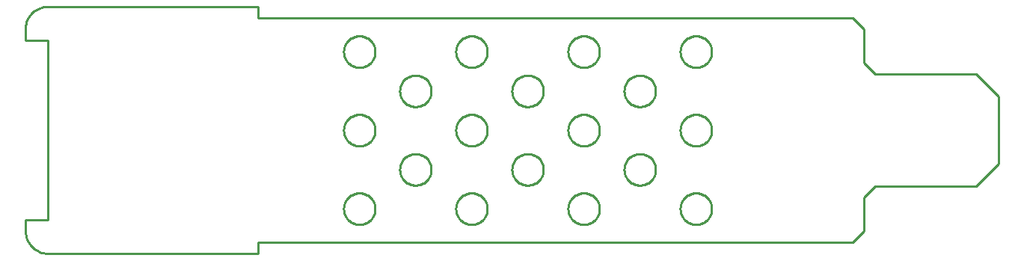
<source format=gbr>
G04 EAGLE Gerber RS-274X export*
G75*
%MOMM*%
%FSLAX34Y34*%
%LPD*%
%IN*%
%IPPOS*%
%AMOC8*
5,1,8,0,0,1.08239X$1,22.5*%
G01*
%ADD10C,0.254000*%


D10*
X-111125Y12700D02*
X-110956Y10420D01*
X-110589Y8164D01*
X-110027Y5948D01*
X-109274Y3789D01*
X-108335Y1704D01*
X-107219Y-291D01*
X-105933Y-2181D01*
X-104487Y-3951D01*
X-102892Y-5589D01*
X-101160Y-7082D01*
X-99305Y-8418D01*
X-97341Y-9588D01*
X-95282Y-10581D01*
X-93144Y-11392D01*
X-90944Y-12013D01*
X-88698Y-12440D01*
X-86423Y-12670D01*
X-84138Y-12700D01*
X152400Y-12700D01*
X152400Y0D01*
X825500Y0D01*
X838200Y12700D01*
X838200Y50800D01*
X850900Y63500D01*
X965200Y63500D01*
X990600Y88900D01*
X990600Y165100D01*
X965200Y190500D01*
X850900Y190500D01*
X838200Y203200D01*
X838200Y241300D01*
X825500Y254000D01*
X152400Y254000D01*
X152400Y266700D01*
X-88900Y266700D01*
X-90969Y266471D01*
X-93011Y266063D01*
X-95009Y265478D01*
X-96949Y264721D01*
X-98815Y263798D01*
X-100594Y262716D01*
X-102271Y261483D01*
X-103835Y260109D01*
X-105273Y258603D01*
X-106574Y256978D01*
X-107729Y255245D01*
X-108728Y253419D01*
X-109565Y251512D01*
X-110232Y249540D01*
X-110724Y247517D01*
X-111039Y245459D01*
X-111173Y243381D01*
X-111125Y241300D01*
X-111125Y228600D01*
X-85725Y228600D01*
X-85725Y25400D01*
X-111125Y25400D01*
X-111125Y12700D01*
X665480Y126418D02*
X665404Y125256D01*
X665252Y124102D01*
X665025Y122960D01*
X664724Y121836D01*
X664349Y120734D01*
X663904Y119658D01*
X663389Y118614D01*
X662807Y117606D01*
X662160Y116638D01*
X661452Y115714D01*
X660684Y114839D01*
X659861Y114016D01*
X658986Y113249D01*
X658062Y112540D01*
X657094Y111893D01*
X656086Y111311D01*
X655042Y110796D01*
X653966Y110351D01*
X652864Y109977D01*
X651740Y109675D01*
X650598Y109448D01*
X649444Y109296D01*
X648282Y109220D01*
X647118Y109220D01*
X645956Y109296D01*
X644802Y109448D01*
X643660Y109675D01*
X642536Y109977D01*
X641434Y110351D01*
X640358Y110796D01*
X639314Y111311D01*
X638306Y111893D01*
X637338Y112540D01*
X636414Y113249D01*
X635539Y114016D01*
X634716Y114839D01*
X633949Y115714D01*
X633240Y116638D01*
X632593Y117606D01*
X632011Y118614D01*
X631496Y119658D01*
X631051Y120734D01*
X630677Y121836D01*
X630375Y122960D01*
X630148Y124102D01*
X629996Y125256D01*
X629920Y126418D01*
X629920Y127582D01*
X629996Y128744D01*
X630148Y129898D01*
X630375Y131040D01*
X630677Y132164D01*
X631051Y133266D01*
X631496Y134342D01*
X632011Y135386D01*
X632593Y136394D01*
X633240Y137362D01*
X633949Y138286D01*
X634716Y139161D01*
X635539Y139984D01*
X636414Y140752D01*
X637338Y141460D01*
X638306Y142107D01*
X639314Y142689D01*
X640358Y143204D01*
X641434Y143649D01*
X642536Y144024D01*
X643660Y144325D01*
X644802Y144552D01*
X645956Y144704D01*
X647118Y144780D01*
X648282Y144780D01*
X649444Y144704D01*
X650598Y144552D01*
X651740Y144325D01*
X652864Y144024D01*
X653966Y143649D01*
X655042Y143204D01*
X656086Y142689D01*
X657094Y142107D01*
X658062Y141460D01*
X658986Y140752D01*
X659861Y139984D01*
X660684Y139161D01*
X661452Y138286D01*
X662160Y137362D01*
X662807Y136394D01*
X663389Y135386D01*
X663904Y134342D01*
X664349Y133266D01*
X664724Y132164D01*
X665025Y131040D01*
X665252Y129898D01*
X665404Y128744D01*
X665480Y127582D01*
X665480Y126418D01*
X284480Y126418D02*
X284404Y125256D01*
X284252Y124102D01*
X284025Y122960D01*
X283724Y121836D01*
X283349Y120734D01*
X282904Y119658D01*
X282389Y118614D01*
X281807Y117606D01*
X281160Y116638D01*
X280452Y115714D01*
X279684Y114839D01*
X278861Y114016D01*
X277986Y113249D01*
X277062Y112540D01*
X276094Y111893D01*
X275086Y111311D01*
X274042Y110796D01*
X272966Y110351D01*
X271864Y109977D01*
X270740Y109675D01*
X269598Y109448D01*
X268444Y109296D01*
X267282Y109220D01*
X266118Y109220D01*
X264956Y109296D01*
X263802Y109448D01*
X262660Y109675D01*
X261536Y109977D01*
X260434Y110351D01*
X259358Y110796D01*
X258314Y111311D01*
X257306Y111893D01*
X256338Y112540D01*
X255414Y113249D01*
X254539Y114016D01*
X253716Y114839D01*
X252949Y115714D01*
X252240Y116638D01*
X251593Y117606D01*
X251011Y118614D01*
X250496Y119658D01*
X250051Y120734D01*
X249677Y121836D01*
X249375Y122960D01*
X249148Y124102D01*
X248996Y125256D01*
X248920Y126418D01*
X248920Y127582D01*
X248996Y128744D01*
X249148Y129898D01*
X249375Y131040D01*
X249677Y132164D01*
X250051Y133266D01*
X250496Y134342D01*
X251011Y135386D01*
X251593Y136394D01*
X252240Y137362D01*
X252949Y138286D01*
X253716Y139161D01*
X254539Y139984D01*
X255414Y140752D01*
X256338Y141460D01*
X257306Y142107D01*
X258314Y142689D01*
X259358Y143204D01*
X260434Y143649D01*
X261536Y144024D01*
X262660Y144325D01*
X263802Y144552D01*
X264956Y144704D01*
X266118Y144780D01*
X267282Y144780D01*
X268444Y144704D01*
X269598Y144552D01*
X270740Y144325D01*
X271864Y144024D01*
X272966Y143649D01*
X274042Y143204D01*
X275086Y142689D01*
X276094Y142107D01*
X277062Y141460D01*
X277986Y140752D01*
X278861Y139984D01*
X279684Y139161D01*
X280452Y138286D01*
X281160Y137362D01*
X281807Y136394D01*
X282389Y135386D01*
X282904Y134342D01*
X283349Y133266D01*
X283724Y132164D01*
X284025Y131040D01*
X284252Y129898D01*
X284404Y128744D01*
X284480Y127582D01*
X284480Y126418D01*
X411480Y126418D02*
X411404Y125256D01*
X411252Y124102D01*
X411025Y122960D01*
X410724Y121836D01*
X410349Y120734D01*
X409904Y119658D01*
X409389Y118614D01*
X408807Y117606D01*
X408160Y116638D01*
X407452Y115714D01*
X406684Y114839D01*
X405861Y114016D01*
X404986Y113249D01*
X404062Y112540D01*
X403094Y111893D01*
X402086Y111311D01*
X401042Y110796D01*
X399966Y110351D01*
X398864Y109977D01*
X397740Y109675D01*
X396598Y109448D01*
X395444Y109296D01*
X394282Y109220D01*
X393118Y109220D01*
X391956Y109296D01*
X390802Y109448D01*
X389660Y109675D01*
X388536Y109977D01*
X387434Y110351D01*
X386358Y110796D01*
X385314Y111311D01*
X384306Y111893D01*
X383338Y112540D01*
X382414Y113249D01*
X381539Y114016D01*
X380716Y114839D01*
X379949Y115714D01*
X379240Y116638D01*
X378593Y117606D01*
X378011Y118614D01*
X377496Y119658D01*
X377051Y120734D01*
X376677Y121836D01*
X376375Y122960D01*
X376148Y124102D01*
X375996Y125256D01*
X375920Y126418D01*
X375920Y127582D01*
X375996Y128744D01*
X376148Y129898D01*
X376375Y131040D01*
X376677Y132164D01*
X377051Y133266D01*
X377496Y134342D01*
X378011Y135386D01*
X378593Y136394D01*
X379240Y137362D01*
X379949Y138286D01*
X380716Y139161D01*
X381539Y139984D01*
X382414Y140752D01*
X383338Y141460D01*
X384306Y142107D01*
X385314Y142689D01*
X386358Y143204D01*
X387434Y143649D01*
X388536Y144024D01*
X389660Y144325D01*
X390802Y144552D01*
X391956Y144704D01*
X393118Y144780D01*
X394282Y144780D01*
X395444Y144704D01*
X396598Y144552D01*
X397740Y144325D01*
X398864Y144024D01*
X399966Y143649D01*
X401042Y143204D01*
X402086Y142689D01*
X403094Y142107D01*
X404062Y141460D01*
X404986Y140752D01*
X405861Y139984D01*
X406684Y139161D01*
X407452Y138286D01*
X408160Y137362D01*
X408807Y136394D01*
X409389Y135386D01*
X409904Y134342D01*
X410349Y133266D01*
X410724Y132164D01*
X411025Y131040D01*
X411252Y129898D01*
X411404Y128744D01*
X411480Y127582D01*
X411480Y126418D01*
X538480Y126418D02*
X538404Y125256D01*
X538252Y124102D01*
X538025Y122960D01*
X537724Y121836D01*
X537349Y120734D01*
X536904Y119658D01*
X536389Y118614D01*
X535807Y117606D01*
X535160Y116638D01*
X534452Y115714D01*
X533684Y114839D01*
X532861Y114016D01*
X531986Y113249D01*
X531062Y112540D01*
X530094Y111893D01*
X529086Y111311D01*
X528042Y110796D01*
X526966Y110351D01*
X525864Y109977D01*
X524740Y109675D01*
X523598Y109448D01*
X522444Y109296D01*
X521282Y109220D01*
X520118Y109220D01*
X518956Y109296D01*
X517802Y109448D01*
X516660Y109675D01*
X515536Y109977D01*
X514434Y110351D01*
X513358Y110796D01*
X512314Y111311D01*
X511306Y111893D01*
X510338Y112540D01*
X509414Y113249D01*
X508539Y114016D01*
X507716Y114839D01*
X506949Y115714D01*
X506240Y116638D01*
X505593Y117606D01*
X505011Y118614D01*
X504496Y119658D01*
X504051Y120734D01*
X503677Y121836D01*
X503375Y122960D01*
X503148Y124102D01*
X502996Y125256D01*
X502920Y126418D01*
X502920Y127582D01*
X502996Y128744D01*
X503148Y129898D01*
X503375Y131040D01*
X503677Y132164D01*
X504051Y133266D01*
X504496Y134342D01*
X505011Y135386D01*
X505593Y136394D01*
X506240Y137362D01*
X506949Y138286D01*
X507716Y139161D01*
X508539Y139984D01*
X509414Y140752D01*
X510338Y141460D01*
X511306Y142107D01*
X512314Y142689D01*
X513358Y143204D01*
X514434Y143649D01*
X515536Y144024D01*
X516660Y144325D01*
X517802Y144552D01*
X518956Y144704D01*
X520118Y144780D01*
X521282Y144780D01*
X522444Y144704D01*
X523598Y144552D01*
X524740Y144325D01*
X525864Y144024D01*
X526966Y143649D01*
X528042Y143204D01*
X529086Y142689D01*
X530094Y142107D01*
X531062Y141460D01*
X531986Y140752D01*
X532861Y139984D01*
X533684Y139161D01*
X534452Y138286D01*
X535160Y137362D01*
X535807Y136394D01*
X536389Y135386D01*
X536904Y134342D01*
X537349Y133266D01*
X537724Y132164D01*
X538025Y131040D01*
X538252Y129898D01*
X538404Y128744D01*
X538480Y127582D01*
X538480Y126418D01*
X665480Y37518D02*
X665404Y36356D01*
X665252Y35202D01*
X665025Y34060D01*
X664724Y32936D01*
X664349Y31834D01*
X663904Y30758D01*
X663389Y29714D01*
X662807Y28706D01*
X662160Y27738D01*
X661452Y26814D01*
X660684Y25939D01*
X659861Y25116D01*
X658986Y24349D01*
X658062Y23640D01*
X657094Y22993D01*
X656086Y22411D01*
X655042Y21896D01*
X653966Y21451D01*
X652864Y21077D01*
X651740Y20775D01*
X650598Y20548D01*
X649444Y20396D01*
X648282Y20320D01*
X647118Y20320D01*
X645956Y20396D01*
X644802Y20548D01*
X643660Y20775D01*
X642536Y21077D01*
X641434Y21451D01*
X640358Y21896D01*
X639314Y22411D01*
X638306Y22993D01*
X637338Y23640D01*
X636414Y24349D01*
X635539Y25116D01*
X634716Y25939D01*
X633949Y26814D01*
X633240Y27738D01*
X632593Y28706D01*
X632011Y29714D01*
X631496Y30758D01*
X631051Y31834D01*
X630677Y32936D01*
X630375Y34060D01*
X630148Y35202D01*
X629996Y36356D01*
X629920Y37518D01*
X629920Y38682D01*
X629996Y39844D01*
X630148Y40998D01*
X630375Y42140D01*
X630677Y43264D01*
X631051Y44366D01*
X631496Y45442D01*
X632011Y46486D01*
X632593Y47494D01*
X633240Y48462D01*
X633949Y49386D01*
X634716Y50261D01*
X635539Y51084D01*
X636414Y51852D01*
X637338Y52560D01*
X638306Y53207D01*
X639314Y53789D01*
X640358Y54304D01*
X641434Y54749D01*
X642536Y55124D01*
X643660Y55425D01*
X644802Y55652D01*
X645956Y55804D01*
X647118Y55880D01*
X648282Y55880D01*
X649444Y55804D01*
X650598Y55652D01*
X651740Y55425D01*
X652864Y55124D01*
X653966Y54749D01*
X655042Y54304D01*
X656086Y53789D01*
X657094Y53207D01*
X658062Y52560D01*
X658986Y51852D01*
X659861Y51084D01*
X660684Y50261D01*
X661452Y49386D01*
X662160Y48462D01*
X662807Y47494D01*
X663389Y46486D01*
X663904Y45442D01*
X664349Y44366D01*
X664724Y43264D01*
X665025Y42140D01*
X665252Y40998D01*
X665404Y39844D01*
X665480Y38682D01*
X665480Y37518D01*
X284480Y37518D02*
X284404Y36356D01*
X284252Y35202D01*
X284025Y34060D01*
X283724Y32936D01*
X283349Y31834D01*
X282904Y30758D01*
X282389Y29714D01*
X281807Y28706D01*
X281160Y27738D01*
X280452Y26814D01*
X279684Y25939D01*
X278861Y25116D01*
X277986Y24349D01*
X277062Y23640D01*
X276094Y22993D01*
X275086Y22411D01*
X274042Y21896D01*
X272966Y21451D01*
X271864Y21077D01*
X270740Y20775D01*
X269598Y20548D01*
X268444Y20396D01*
X267282Y20320D01*
X266118Y20320D01*
X264956Y20396D01*
X263802Y20548D01*
X262660Y20775D01*
X261536Y21077D01*
X260434Y21451D01*
X259358Y21896D01*
X258314Y22411D01*
X257306Y22993D01*
X256338Y23640D01*
X255414Y24349D01*
X254539Y25116D01*
X253716Y25939D01*
X252949Y26814D01*
X252240Y27738D01*
X251593Y28706D01*
X251011Y29714D01*
X250496Y30758D01*
X250051Y31834D01*
X249677Y32936D01*
X249375Y34060D01*
X249148Y35202D01*
X248996Y36356D01*
X248920Y37518D01*
X248920Y38682D01*
X248996Y39844D01*
X249148Y40998D01*
X249375Y42140D01*
X249677Y43264D01*
X250051Y44366D01*
X250496Y45442D01*
X251011Y46486D01*
X251593Y47494D01*
X252240Y48462D01*
X252949Y49386D01*
X253716Y50261D01*
X254539Y51084D01*
X255414Y51852D01*
X256338Y52560D01*
X257306Y53207D01*
X258314Y53789D01*
X259358Y54304D01*
X260434Y54749D01*
X261536Y55124D01*
X262660Y55425D01*
X263802Y55652D01*
X264956Y55804D01*
X266118Y55880D01*
X267282Y55880D01*
X268444Y55804D01*
X269598Y55652D01*
X270740Y55425D01*
X271864Y55124D01*
X272966Y54749D01*
X274042Y54304D01*
X275086Y53789D01*
X276094Y53207D01*
X277062Y52560D01*
X277986Y51852D01*
X278861Y51084D01*
X279684Y50261D01*
X280452Y49386D01*
X281160Y48462D01*
X281807Y47494D01*
X282389Y46486D01*
X282904Y45442D01*
X283349Y44366D01*
X283724Y43264D01*
X284025Y42140D01*
X284252Y40998D01*
X284404Y39844D01*
X284480Y38682D01*
X284480Y37518D01*
X411480Y37518D02*
X411404Y36356D01*
X411252Y35202D01*
X411025Y34060D01*
X410724Y32936D01*
X410349Y31834D01*
X409904Y30758D01*
X409389Y29714D01*
X408807Y28706D01*
X408160Y27738D01*
X407452Y26814D01*
X406684Y25939D01*
X405861Y25116D01*
X404986Y24349D01*
X404062Y23640D01*
X403094Y22993D01*
X402086Y22411D01*
X401042Y21896D01*
X399966Y21451D01*
X398864Y21077D01*
X397740Y20775D01*
X396598Y20548D01*
X395444Y20396D01*
X394282Y20320D01*
X393118Y20320D01*
X391956Y20396D01*
X390802Y20548D01*
X389660Y20775D01*
X388536Y21077D01*
X387434Y21451D01*
X386358Y21896D01*
X385314Y22411D01*
X384306Y22993D01*
X383338Y23640D01*
X382414Y24349D01*
X381539Y25116D01*
X380716Y25939D01*
X379949Y26814D01*
X379240Y27738D01*
X378593Y28706D01*
X378011Y29714D01*
X377496Y30758D01*
X377051Y31834D01*
X376677Y32936D01*
X376375Y34060D01*
X376148Y35202D01*
X375996Y36356D01*
X375920Y37518D01*
X375920Y38682D01*
X375996Y39844D01*
X376148Y40998D01*
X376375Y42140D01*
X376677Y43264D01*
X377051Y44366D01*
X377496Y45442D01*
X378011Y46486D01*
X378593Y47494D01*
X379240Y48462D01*
X379949Y49386D01*
X380716Y50261D01*
X381539Y51084D01*
X382414Y51852D01*
X383338Y52560D01*
X384306Y53207D01*
X385314Y53789D01*
X386358Y54304D01*
X387434Y54749D01*
X388536Y55124D01*
X389660Y55425D01*
X390802Y55652D01*
X391956Y55804D01*
X393118Y55880D01*
X394282Y55880D01*
X395444Y55804D01*
X396598Y55652D01*
X397740Y55425D01*
X398864Y55124D01*
X399966Y54749D01*
X401042Y54304D01*
X402086Y53789D01*
X403094Y53207D01*
X404062Y52560D01*
X404986Y51852D01*
X405861Y51084D01*
X406684Y50261D01*
X407452Y49386D01*
X408160Y48462D01*
X408807Y47494D01*
X409389Y46486D01*
X409904Y45442D01*
X410349Y44366D01*
X410724Y43264D01*
X411025Y42140D01*
X411252Y40998D01*
X411404Y39844D01*
X411480Y38682D01*
X411480Y37518D01*
X538480Y37518D02*
X538404Y36356D01*
X538252Y35202D01*
X538025Y34060D01*
X537724Y32936D01*
X537349Y31834D01*
X536904Y30758D01*
X536389Y29714D01*
X535807Y28706D01*
X535160Y27738D01*
X534452Y26814D01*
X533684Y25939D01*
X532861Y25116D01*
X531986Y24349D01*
X531062Y23640D01*
X530094Y22993D01*
X529086Y22411D01*
X528042Y21896D01*
X526966Y21451D01*
X525864Y21077D01*
X524740Y20775D01*
X523598Y20548D01*
X522444Y20396D01*
X521282Y20320D01*
X520118Y20320D01*
X518956Y20396D01*
X517802Y20548D01*
X516660Y20775D01*
X515536Y21077D01*
X514434Y21451D01*
X513358Y21896D01*
X512314Y22411D01*
X511306Y22993D01*
X510338Y23640D01*
X509414Y24349D01*
X508539Y25116D01*
X507716Y25939D01*
X506949Y26814D01*
X506240Y27738D01*
X505593Y28706D01*
X505011Y29714D01*
X504496Y30758D01*
X504051Y31834D01*
X503677Y32936D01*
X503375Y34060D01*
X503148Y35202D01*
X502996Y36356D01*
X502920Y37518D01*
X502920Y38682D01*
X502996Y39844D01*
X503148Y40998D01*
X503375Y42140D01*
X503677Y43264D01*
X504051Y44366D01*
X504496Y45442D01*
X505011Y46486D01*
X505593Y47494D01*
X506240Y48462D01*
X506949Y49386D01*
X507716Y50261D01*
X508539Y51084D01*
X509414Y51852D01*
X510338Y52560D01*
X511306Y53207D01*
X512314Y53789D01*
X513358Y54304D01*
X514434Y54749D01*
X515536Y55124D01*
X516660Y55425D01*
X517802Y55652D01*
X518956Y55804D01*
X520118Y55880D01*
X521282Y55880D01*
X522444Y55804D01*
X523598Y55652D01*
X524740Y55425D01*
X525864Y55124D01*
X526966Y54749D01*
X528042Y54304D01*
X529086Y53789D01*
X530094Y53207D01*
X531062Y52560D01*
X531986Y51852D01*
X532861Y51084D01*
X533684Y50261D01*
X534452Y49386D01*
X535160Y48462D01*
X535807Y47494D01*
X536389Y46486D01*
X536904Y45442D01*
X537349Y44366D01*
X537724Y43264D01*
X538025Y42140D01*
X538252Y40998D01*
X538404Y39844D01*
X538480Y38682D01*
X538480Y37518D01*
X284480Y215318D02*
X284404Y214156D01*
X284252Y213002D01*
X284025Y211860D01*
X283724Y210736D01*
X283349Y209634D01*
X282904Y208558D01*
X282389Y207514D01*
X281807Y206506D01*
X281160Y205538D01*
X280452Y204614D01*
X279684Y203739D01*
X278861Y202916D01*
X277986Y202149D01*
X277062Y201440D01*
X276094Y200793D01*
X275086Y200211D01*
X274042Y199696D01*
X272966Y199251D01*
X271864Y198877D01*
X270740Y198575D01*
X269598Y198348D01*
X268444Y198196D01*
X267282Y198120D01*
X266118Y198120D01*
X264956Y198196D01*
X263802Y198348D01*
X262660Y198575D01*
X261536Y198877D01*
X260434Y199251D01*
X259358Y199696D01*
X258314Y200211D01*
X257306Y200793D01*
X256338Y201440D01*
X255414Y202149D01*
X254539Y202916D01*
X253716Y203739D01*
X252949Y204614D01*
X252240Y205538D01*
X251593Y206506D01*
X251011Y207514D01*
X250496Y208558D01*
X250051Y209634D01*
X249677Y210736D01*
X249375Y211860D01*
X249148Y213002D01*
X248996Y214156D01*
X248920Y215318D01*
X248920Y216482D01*
X248996Y217644D01*
X249148Y218798D01*
X249375Y219940D01*
X249677Y221064D01*
X250051Y222166D01*
X250496Y223242D01*
X251011Y224286D01*
X251593Y225294D01*
X252240Y226262D01*
X252949Y227186D01*
X253716Y228061D01*
X254539Y228884D01*
X255414Y229652D01*
X256338Y230360D01*
X257306Y231007D01*
X258314Y231589D01*
X259358Y232104D01*
X260434Y232549D01*
X261536Y232924D01*
X262660Y233225D01*
X263802Y233452D01*
X264956Y233604D01*
X266118Y233680D01*
X267282Y233680D01*
X268444Y233604D01*
X269598Y233452D01*
X270740Y233225D01*
X271864Y232924D01*
X272966Y232549D01*
X274042Y232104D01*
X275086Y231589D01*
X276094Y231007D01*
X277062Y230360D01*
X277986Y229652D01*
X278861Y228884D01*
X279684Y228061D01*
X280452Y227186D01*
X281160Y226262D01*
X281807Y225294D01*
X282389Y224286D01*
X282904Y223242D01*
X283349Y222166D01*
X283724Y221064D01*
X284025Y219940D01*
X284252Y218798D01*
X284404Y217644D01*
X284480Y216482D01*
X284480Y215318D01*
X411480Y215318D02*
X411404Y214156D01*
X411252Y213002D01*
X411025Y211860D01*
X410724Y210736D01*
X410349Y209634D01*
X409904Y208558D01*
X409389Y207514D01*
X408807Y206506D01*
X408160Y205538D01*
X407452Y204614D01*
X406684Y203739D01*
X405861Y202916D01*
X404986Y202149D01*
X404062Y201440D01*
X403094Y200793D01*
X402086Y200211D01*
X401042Y199696D01*
X399966Y199251D01*
X398864Y198877D01*
X397740Y198575D01*
X396598Y198348D01*
X395444Y198196D01*
X394282Y198120D01*
X393118Y198120D01*
X391956Y198196D01*
X390802Y198348D01*
X389660Y198575D01*
X388536Y198877D01*
X387434Y199251D01*
X386358Y199696D01*
X385314Y200211D01*
X384306Y200793D01*
X383338Y201440D01*
X382414Y202149D01*
X381539Y202916D01*
X380716Y203739D01*
X379949Y204614D01*
X379240Y205538D01*
X378593Y206506D01*
X378011Y207514D01*
X377496Y208558D01*
X377051Y209634D01*
X376677Y210736D01*
X376375Y211860D01*
X376148Y213002D01*
X375996Y214156D01*
X375920Y215318D01*
X375920Y216482D01*
X375996Y217644D01*
X376148Y218798D01*
X376375Y219940D01*
X376677Y221064D01*
X377051Y222166D01*
X377496Y223242D01*
X378011Y224286D01*
X378593Y225294D01*
X379240Y226262D01*
X379949Y227186D01*
X380716Y228061D01*
X381539Y228884D01*
X382414Y229652D01*
X383338Y230360D01*
X384306Y231007D01*
X385314Y231589D01*
X386358Y232104D01*
X387434Y232549D01*
X388536Y232924D01*
X389660Y233225D01*
X390802Y233452D01*
X391956Y233604D01*
X393118Y233680D01*
X394282Y233680D01*
X395444Y233604D01*
X396598Y233452D01*
X397740Y233225D01*
X398864Y232924D01*
X399966Y232549D01*
X401042Y232104D01*
X402086Y231589D01*
X403094Y231007D01*
X404062Y230360D01*
X404986Y229652D01*
X405861Y228884D01*
X406684Y228061D01*
X407452Y227186D01*
X408160Y226262D01*
X408807Y225294D01*
X409389Y224286D01*
X409904Y223242D01*
X410349Y222166D01*
X410724Y221064D01*
X411025Y219940D01*
X411252Y218798D01*
X411404Y217644D01*
X411480Y216482D01*
X411480Y215318D01*
X538480Y215318D02*
X538404Y214156D01*
X538252Y213002D01*
X538025Y211860D01*
X537724Y210736D01*
X537349Y209634D01*
X536904Y208558D01*
X536389Y207514D01*
X535807Y206506D01*
X535160Y205538D01*
X534452Y204614D01*
X533684Y203739D01*
X532861Y202916D01*
X531986Y202149D01*
X531062Y201440D01*
X530094Y200793D01*
X529086Y200211D01*
X528042Y199696D01*
X526966Y199251D01*
X525864Y198877D01*
X524740Y198575D01*
X523598Y198348D01*
X522444Y198196D01*
X521282Y198120D01*
X520118Y198120D01*
X518956Y198196D01*
X517802Y198348D01*
X516660Y198575D01*
X515536Y198877D01*
X514434Y199251D01*
X513358Y199696D01*
X512314Y200211D01*
X511306Y200793D01*
X510338Y201440D01*
X509414Y202149D01*
X508539Y202916D01*
X507716Y203739D01*
X506949Y204614D01*
X506240Y205538D01*
X505593Y206506D01*
X505011Y207514D01*
X504496Y208558D01*
X504051Y209634D01*
X503677Y210736D01*
X503375Y211860D01*
X503148Y213002D01*
X502996Y214156D01*
X502920Y215318D01*
X502920Y216482D01*
X502996Y217644D01*
X503148Y218798D01*
X503375Y219940D01*
X503677Y221064D01*
X504051Y222166D01*
X504496Y223242D01*
X505011Y224286D01*
X505593Y225294D01*
X506240Y226262D01*
X506949Y227186D01*
X507716Y228061D01*
X508539Y228884D01*
X509414Y229652D01*
X510338Y230360D01*
X511306Y231007D01*
X512314Y231589D01*
X513358Y232104D01*
X514434Y232549D01*
X515536Y232924D01*
X516660Y233225D01*
X517802Y233452D01*
X518956Y233604D01*
X520118Y233680D01*
X521282Y233680D01*
X522444Y233604D01*
X523598Y233452D01*
X524740Y233225D01*
X525864Y232924D01*
X526966Y232549D01*
X528042Y232104D01*
X529086Y231589D01*
X530094Y231007D01*
X531062Y230360D01*
X531986Y229652D01*
X532861Y228884D01*
X533684Y228061D01*
X534452Y227186D01*
X535160Y226262D01*
X535807Y225294D01*
X536389Y224286D01*
X536904Y223242D01*
X537349Y222166D01*
X537724Y221064D01*
X538025Y219940D01*
X538252Y218798D01*
X538404Y217644D01*
X538480Y216482D01*
X538480Y215318D01*
X601980Y170868D02*
X601904Y169706D01*
X601752Y168552D01*
X601525Y167410D01*
X601224Y166286D01*
X600849Y165184D01*
X600404Y164108D01*
X599889Y163064D01*
X599307Y162056D01*
X598660Y161088D01*
X597952Y160164D01*
X597184Y159289D01*
X596361Y158466D01*
X595486Y157699D01*
X594562Y156990D01*
X593594Y156343D01*
X592586Y155761D01*
X591542Y155246D01*
X590466Y154801D01*
X589364Y154427D01*
X588240Y154125D01*
X587098Y153898D01*
X585944Y153746D01*
X584782Y153670D01*
X583618Y153670D01*
X582456Y153746D01*
X581302Y153898D01*
X580160Y154125D01*
X579036Y154427D01*
X577934Y154801D01*
X576858Y155246D01*
X575814Y155761D01*
X574806Y156343D01*
X573838Y156990D01*
X572914Y157699D01*
X572039Y158466D01*
X571216Y159289D01*
X570449Y160164D01*
X569740Y161088D01*
X569093Y162056D01*
X568511Y163064D01*
X567996Y164108D01*
X567551Y165184D01*
X567177Y166286D01*
X566875Y167410D01*
X566648Y168552D01*
X566496Y169706D01*
X566420Y170868D01*
X566420Y172032D01*
X566496Y173194D01*
X566648Y174348D01*
X566875Y175490D01*
X567177Y176614D01*
X567551Y177716D01*
X567996Y178792D01*
X568511Y179836D01*
X569093Y180844D01*
X569740Y181812D01*
X570449Y182736D01*
X571216Y183611D01*
X572039Y184434D01*
X572914Y185202D01*
X573838Y185910D01*
X574806Y186557D01*
X575814Y187139D01*
X576858Y187654D01*
X577934Y188099D01*
X579036Y188474D01*
X580160Y188775D01*
X581302Y189002D01*
X582456Y189154D01*
X583618Y189230D01*
X584782Y189230D01*
X585944Y189154D01*
X587098Y189002D01*
X588240Y188775D01*
X589364Y188474D01*
X590466Y188099D01*
X591542Y187654D01*
X592586Y187139D01*
X593594Y186557D01*
X594562Y185910D01*
X595486Y185202D01*
X596361Y184434D01*
X597184Y183611D01*
X597952Y182736D01*
X598660Y181812D01*
X599307Y180844D01*
X599889Y179836D01*
X600404Y178792D01*
X600849Y177716D01*
X601224Y176614D01*
X601525Y175490D01*
X601752Y174348D01*
X601904Y173194D01*
X601980Y172032D01*
X601980Y170868D01*
X347980Y170868D02*
X347904Y169706D01*
X347752Y168552D01*
X347525Y167410D01*
X347224Y166286D01*
X346849Y165184D01*
X346404Y164108D01*
X345889Y163064D01*
X345307Y162056D01*
X344660Y161088D01*
X343952Y160164D01*
X343184Y159289D01*
X342361Y158466D01*
X341486Y157699D01*
X340562Y156990D01*
X339594Y156343D01*
X338586Y155761D01*
X337542Y155246D01*
X336466Y154801D01*
X335364Y154427D01*
X334240Y154125D01*
X333098Y153898D01*
X331944Y153746D01*
X330782Y153670D01*
X329618Y153670D01*
X328456Y153746D01*
X327302Y153898D01*
X326160Y154125D01*
X325036Y154427D01*
X323934Y154801D01*
X322858Y155246D01*
X321814Y155761D01*
X320806Y156343D01*
X319838Y156990D01*
X318914Y157699D01*
X318039Y158466D01*
X317216Y159289D01*
X316449Y160164D01*
X315740Y161088D01*
X315093Y162056D01*
X314511Y163064D01*
X313996Y164108D01*
X313551Y165184D01*
X313177Y166286D01*
X312875Y167410D01*
X312648Y168552D01*
X312496Y169706D01*
X312420Y170868D01*
X312420Y172032D01*
X312496Y173194D01*
X312648Y174348D01*
X312875Y175490D01*
X313177Y176614D01*
X313551Y177716D01*
X313996Y178792D01*
X314511Y179836D01*
X315093Y180844D01*
X315740Y181812D01*
X316449Y182736D01*
X317216Y183611D01*
X318039Y184434D01*
X318914Y185202D01*
X319838Y185910D01*
X320806Y186557D01*
X321814Y187139D01*
X322858Y187654D01*
X323934Y188099D01*
X325036Y188474D01*
X326160Y188775D01*
X327302Y189002D01*
X328456Y189154D01*
X329618Y189230D01*
X330782Y189230D01*
X331944Y189154D01*
X333098Y189002D01*
X334240Y188775D01*
X335364Y188474D01*
X336466Y188099D01*
X337542Y187654D01*
X338586Y187139D01*
X339594Y186557D01*
X340562Y185910D01*
X341486Y185202D01*
X342361Y184434D01*
X343184Y183611D01*
X343952Y182736D01*
X344660Y181812D01*
X345307Y180844D01*
X345889Y179836D01*
X346404Y178792D01*
X346849Y177716D01*
X347224Y176614D01*
X347525Y175490D01*
X347752Y174348D01*
X347904Y173194D01*
X347980Y172032D01*
X347980Y170868D01*
X474980Y170868D02*
X474904Y169706D01*
X474752Y168552D01*
X474525Y167410D01*
X474224Y166286D01*
X473849Y165184D01*
X473404Y164108D01*
X472889Y163064D01*
X472307Y162056D01*
X471660Y161088D01*
X470952Y160164D01*
X470184Y159289D01*
X469361Y158466D01*
X468486Y157699D01*
X467562Y156990D01*
X466594Y156343D01*
X465586Y155761D01*
X464542Y155246D01*
X463466Y154801D01*
X462364Y154427D01*
X461240Y154125D01*
X460098Y153898D01*
X458944Y153746D01*
X457782Y153670D01*
X456618Y153670D01*
X455456Y153746D01*
X454302Y153898D01*
X453160Y154125D01*
X452036Y154427D01*
X450934Y154801D01*
X449858Y155246D01*
X448814Y155761D01*
X447806Y156343D01*
X446838Y156990D01*
X445914Y157699D01*
X445039Y158466D01*
X444216Y159289D01*
X443449Y160164D01*
X442740Y161088D01*
X442093Y162056D01*
X441511Y163064D01*
X440996Y164108D01*
X440551Y165184D01*
X440177Y166286D01*
X439875Y167410D01*
X439648Y168552D01*
X439496Y169706D01*
X439420Y170868D01*
X439420Y172032D01*
X439496Y173194D01*
X439648Y174348D01*
X439875Y175490D01*
X440177Y176614D01*
X440551Y177716D01*
X440996Y178792D01*
X441511Y179836D01*
X442093Y180844D01*
X442740Y181812D01*
X443449Y182736D01*
X444216Y183611D01*
X445039Y184434D01*
X445914Y185202D01*
X446838Y185910D01*
X447806Y186557D01*
X448814Y187139D01*
X449858Y187654D01*
X450934Y188099D01*
X452036Y188474D01*
X453160Y188775D01*
X454302Y189002D01*
X455456Y189154D01*
X456618Y189230D01*
X457782Y189230D01*
X458944Y189154D01*
X460098Y189002D01*
X461240Y188775D01*
X462364Y188474D01*
X463466Y188099D01*
X464542Y187654D01*
X465586Y187139D01*
X466594Y186557D01*
X467562Y185910D01*
X468486Y185202D01*
X469361Y184434D01*
X470184Y183611D01*
X470952Y182736D01*
X471660Y181812D01*
X472307Y180844D01*
X472889Y179836D01*
X473404Y178792D01*
X473849Y177716D01*
X474224Y176614D01*
X474525Y175490D01*
X474752Y174348D01*
X474904Y173194D01*
X474980Y172032D01*
X474980Y170868D01*
X601980Y81968D02*
X601904Y80806D01*
X601752Y79652D01*
X601525Y78510D01*
X601224Y77386D01*
X600849Y76284D01*
X600404Y75208D01*
X599889Y74164D01*
X599307Y73156D01*
X598660Y72188D01*
X597952Y71264D01*
X597184Y70389D01*
X596361Y69566D01*
X595486Y68799D01*
X594562Y68090D01*
X593594Y67443D01*
X592586Y66861D01*
X591542Y66346D01*
X590466Y65901D01*
X589364Y65527D01*
X588240Y65225D01*
X587098Y64998D01*
X585944Y64846D01*
X584782Y64770D01*
X583618Y64770D01*
X582456Y64846D01*
X581302Y64998D01*
X580160Y65225D01*
X579036Y65527D01*
X577934Y65901D01*
X576858Y66346D01*
X575814Y66861D01*
X574806Y67443D01*
X573838Y68090D01*
X572914Y68799D01*
X572039Y69566D01*
X571216Y70389D01*
X570449Y71264D01*
X569740Y72188D01*
X569093Y73156D01*
X568511Y74164D01*
X567996Y75208D01*
X567551Y76284D01*
X567177Y77386D01*
X566875Y78510D01*
X566648Y79652D01*
X566496Y80806D01*
X566420Y81968D01*
X566420Y83132D01*
X566496Y84294D01*
X566648Y85448D01*
X566875Y86590D01*
X567177Y87714D01*
X567551Y88816D01*
X567996Y89892D01*
X568511Y90936D01*
X569093Y91944D01*
X569740Y92912D01*
X570449Y93836D01*
X571216Y94711D01*
X572039Y95534D01*
X572914Y96302D01*
X573838Y97010D01*
X574806Y97657D01*
X575814Y98239D01*
X576858Y98754D01*
X577934Y99199D01*
X579036Y99574D01*
X580160Y99875D01*
X581302Y100102D01*
X582456Y100254D01*
X583618Y100330D01*
X584782Y100330D01*
X585944Y100254D01*
X587098Y100102D01*
X588240Y99875D01*
X589364Y99574D01*
X590466Y99199D01*
X591542Y98754D01*
X592586Y98239D01*
X593594Y97657D01*
X594562Y97010D01*
X595486Y96302D01*
X596361Y95534D01*
X597184Y94711D01*
X597952Y93836D01*
X598660Y92912D01*
X599307Y91944D01*
X599889Y90936D01*
X600404Y89892D01*
X600849Y88816D01*
X601224Y87714D01*
X601525Y86590D01*
X601752Y85448D01*
X601904Y84294D01*
X601980Y83132D01*
X601980Y81968D01*
X347980Y81968D02*
X347904Y80806D01*
X347752Y79652D01*
X347525Y78510D01*
X347224Y77386D01*
X346849Y76284D01*
X346404Y75208D01*
X345889Y74164D01*
X345307Y73156D01*
X344660Y72188D01*
X343952Y71264D01*
X343184Y70389D01*
X342361Y69566D01*
X341486Y68799D01*
X340562Y68090D01*
X339594Y67443D01*
X338586Y66861D01*
X337542Y66346D01*
X336466Y65901D01*
X335364Y65527D01*
X334240Y65225D01*
X333098Y64998D01*
X331944Y64846D01*
X330782Y64770D01*
X329618Y64770D01*
X328456Y64846D01*
X327302Y64998D01*
X326160Y65225D01*
X325036Y65527D01*
X323934Y65901D01*
X322858Y66346D01*
X321814Y66861D01*
X320806Y67443D01*
X319838Y68090D01*
X318914Y68799D01*
X318039Y69566D01*
X317216Y70389D01*
X316449Y71264D01*
X315740Y72188D01*
X315093Y73156D01*
X314511Y74164D01*
X313996Y75208D01*
X313551Y76284D01*
X313177Y77386D01*
X312875Y78510D01*
X312648Y79652D01*
X312496Y80806D01*
X312420Y81968D01*
X312420Y83132D01*
X312496Y84294D01*
X312648Y85448D01*
X312875Y86590D01*
X313177Y87714D01*
X313551Y88816D01*
X313996Y89892D01*
X314511Y90936D01*
X315093Y91944D01*
X315740Y92912D01*
X316449Y93836D01*
X317216Y94711D01*
X318039Y95534D01*
X318914Y96302D01*
X319838Y97010D01*
X320806Y97657D01*
X321814Y98239D01*
X322858Y98754D01*
X323934Y99199D01*
X325036Y99574D01*
X326160Y99875D01*
X327302Y100102D01*
X328456Y100254D01*
X329618Y100330D01*
X330782Y100330D01*
X331944Y100254D01*
X333098Y100102D01*
X334240Y99875D01*
X335364Y99574D01*
X336466Y99199D01*
X337542Y98754D01*
X338586Y98239D01*
X339594Y97657D01*
X340562Y97010D01*
X341486Y96302D01*
X342361Y95534D01*
X343184Y94711D01*
X343952Y93836D01*
X344660Y92912D01*
X345307Y91944D01*
X345889Y90936D01*
X346404Y89892D01*
X346849Y88816D01*
X347224Y87714D01*
X347525Y86590D01*
X347752Y85448D01*
X347904Y84294D01*
X347980Y83132D01*
X347980Y81968D01*
X474980Y81968D02*
X474904Y80806D01*
X474752Y79652D01*
X474525Y78510D01*
X474224Y77386D01*
X473849Y76284D01*
X473404Y75208D01*
X472889Y74164D01*
X472307Y73156D01*
X471660Y72188D01*
X470952Y71264D01*
X470184Y70389D01*
X469361Y69566D01*
X468486Y68799D01*
X467562Y68090D01*
X466594Y67443D01*
X465586Y66861D01*
X464542Y66346D01*
X463466Y65901D01*
X462364Y65527D01*
X461240Y65225D01*
X460098Y64998D01*
X458944Y64846D01*
X457782Y64770D01*
X456618Y64770D01*
X455456Y64846D01*
X454302Y64998D01*
X453160Y65225D01*
X452036Y65527D01*
X450934Y65901D01*
X449858Y66346D01*
X448814Y66861D01*
X447806Y67443D01*
X446838Y68090D01*
X445914Y68799D01*
X445039Y69566D01*
X444216Y70389D01*
X443449Y71264D01*
X442740Y72188D01*
X442093Y73156D01*
X441511Y74164D01*
X440996Y75208D01*
X440551Y76284D01*
X440177Y77386D01*
X439875Y78510D01*
X439648Y79652D01*
X439496Y80806D01*
X439420Y81968D01*
X439420Y83132D01*
X439496Y84294D01*
X439648Y85448D01*
X439875Y86590D01*
X440177Y87714D01*
X440551Y88816D01*
X440996Y89892D01*
X441511Y90936D01*
X442093Y91944D01*
X442740Y92912D01*
X443449Y93836D01*
X444216Y94711D01*
X445039Y95534D01*
X445914Y96302D01*
X446838Y97010D01*
X447806Y97657D01*
X448814Y98239D01*
X449858Y98754D01*
X450934Y99199D01*
X452036Y99574D01*
X453160Y99875D01*
X454302Y100102D01*
X455456Y100254D01*
X456618Y100330D01*
X457782Y100330D01*
X458944Y100254D01*
X460098Y100102D01*
X461240Y99875D01*
X462364Y99574D01*
X463466Y99199D01*
X464542Y98754D01*
X465586Y98239D01*
X466594Y97657D01*
X467562Y97010D01*
X468486Y96302D01*
X469361Y95534D01*
X470184Y94711D01*
X470952Y93836D01*
X471660Y92912D01*
X472307Y91944D01*
X472889Y90936D01*
X473404Y89892D01*
X473849Y88816D01*
X474224Y87714D01*
X474525Y86590D01*
X474752Y85448D01*
X474904Y84294D01*
X474980Y83132D01*
X474980Y81968D01*
X665480Y215318D02*
X665404Y214156D01*
X665252Y213002D01*
X665025Y211860D01*
X664724Y210736D01*
X664349Y209634D01*
X663904Y208558D01*
X663389Y207514D01*
X662807Y206506D01*
X662160Y205538D01*
X661452Y204614D01*
X660684Y203739D01*
X659861Y202916D01*
X658986Y202149D01*
X658062Y201440D01*
X657094Y200793D01*
X656086Y200211D01*
X655042Y199696D01*
X653966Y199251D01*
X652864Y198877D01*
X651740Y198575D01*
X650598Y198348D01*
X649444Y198196D01*
X648282Y198120D01*
X647118Y198120D01*
X645956Y198196D01*
X644802Y198348D01*
X643660Y198575D01*
X642536Y198877D01*
X641434Y199251D01*
X640358Y199696D01*
X639314Y200211D01*
X638306Y200793D01*
X637338Y201440D01*
X636414Y202149D01*
X635539Y202916D01*
X634716Y203739D01*
X633949Y204614D01*
X633240Y205538D01*
X632593Y206506D01*
X632011Y207514D01*
X631496Y208558D01*
X631051Y209634D01*
X630677Y210736D01*
X630375Y211860D01*
X630148Y213002D01*
X629996Y214156D01*
X629920Y215318D01*
X629920Y216482D01*
X629996Y217644D01*
X630148Y218798D01*
X630375Y219940D01*
X630677Y221064D01*
X631051Y222166D01*
X631496Y223242D01*
X632011Y224286D01*
X632593Y225294D01*
X633240Y226262D01*
X633949Y227186D01*
X634716Y228061D01*
X635539Y228884D01*
X636414Y229652D01*
X637338Y230360D01*
X638306Y231007D01*
X639314Y231589D01*
X640358Y232104D01*
X641434Y232549D01*
X642536Y232924D01*
X643660Y233225D01*
X644802Y233452D01*
X645956Y233604D01*
X647118Y233680D01*
X648282Y233680D01*
X649444Y233604D01*
X650598Y233452D01*
X651740Y233225D01*
X652864Y232924D01*
X653966Y232549D01*
X655042Y232104D01*
X656086Y231589D01*
X657094Y231007D01*
X658062Y230360D01*
X658986Y229652D01*
X659861Y228884D01*
X660684Y228061D01*
X661452Y227186D01*
X662160Y226262D01*
X662807Y225294D01*
X663389Y224286D01*
X663904Y223242D01*
X664349Y222166D01*
X664724Y221064D01*
X665025Y219940D01*
X665252Y218798D01*
X665404Y217644D01*
X665480Y216482D01*
X665480Y215318D01*
M02*

</source>
